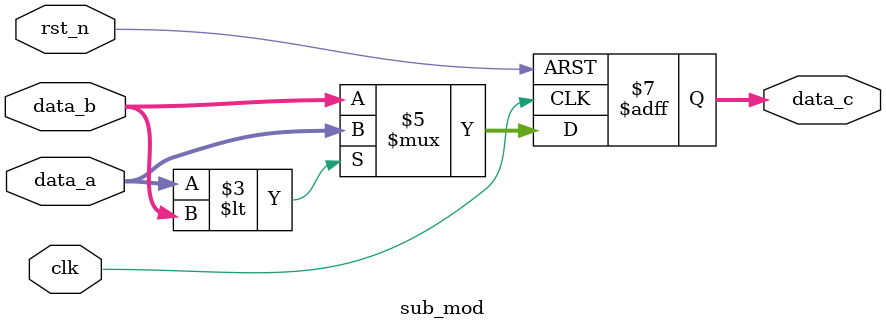
<source format=v>

`timescale 1ns / 1ns
module main_mod (
    input       clk,
    input       rst_n,
    input [7:0] a,
    input [7:0] b,
    input [7:0] c,

    output [7:0] d
);
    wire [7:0] m;
    reg [7:0] c_ff1;

    sub_mod mod_ab (
        .clk   (clk),
        .rst_n (rst_n),
        .data_a(a),
        .data_b(b),
        .data_c(m)
    );
    always @(posedge clk or negedge rst_n) begin
        c_ff1 <= c;
    end

    sub_mod mod_abc (
        .clk   (clk),
        .rst_n (rst_n),
        .data_a(m),
        .data_b(c_ff1),
        .data_c(d)
    );


endmodule

module sub_mod (
    input       clk,
    input       rst_n,
    input [7:0] data_a,
    input [7:0] data_b,

    output reg [7:0] data_c
);
    always @(posedge clk or negedge rst_n) begin
        if (!rst_n) begin
            data_c <= 0;
        end else if (data_a < data_b) begin
            data_c <= data_a;
        end else begin
            data_c <= data_b;
        end
    end
endmodule


// `timescale 1ns/1ns
// module main_mod(
// 	input clk,
// 	input rst_n,
// 	input [7:0]a,
// 	input [7:0]b,
// 	input [7:0]c,
	
// 	output [7:0]d
// );
// wire [7:0] m,n;

// sub_mod mod_ab(
//     .clk(clk),
//     .rst_n(rst_n),
//     .data_a(a),
//     .data_b(b),
//     .data_c(m)
// );
// sub_mod mod_ac(
//     .clk(clk),
//     .rst_n(rst_n),
//     .data_a(a),
//     .data_b(c),
//     .data_c(n)
// );
// sub_mod min(
//     .clk(clk),
//     .rst_n(rst_n),
//     .data_a(m),
//     .data_b(n),
//     .data_c(d)
// );
// endmodule

// module sub_mod(
//     input clk,
//     input rst_n,
// 	input [7:0]data_a,
// 	input [7:0]data_b,

//     output reg [7:0]data_c
// );
// always @(posedge clk or negedge rst_n) begin
//     if(!rst_n)begin
//         data_c <= 0;
//     end
//     else if(data_a < data_b) begin
//         data_c <= data_a;
//     end
//     else begin
//         data_c <= data_b;
//     end
// end
// endmodule
</source>
